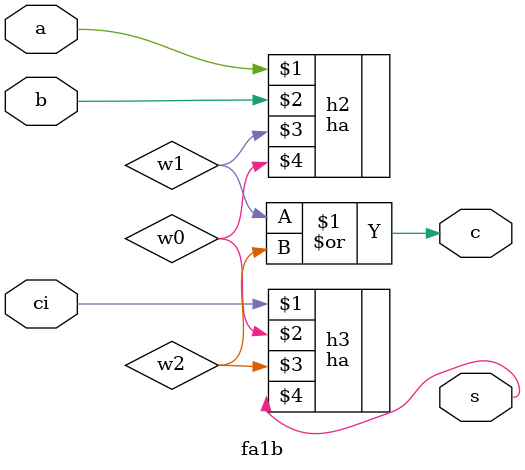
<source format=v>
module fa1b (s,c,a,b,ci);
input a,b,ci;
output s,c;
wire w0, w1, w2;
ha h2(a,b,w1,w0);
ha h3(ci,w0,w2,s);
or G1(c, w1, w2);
endmodule
</source>
